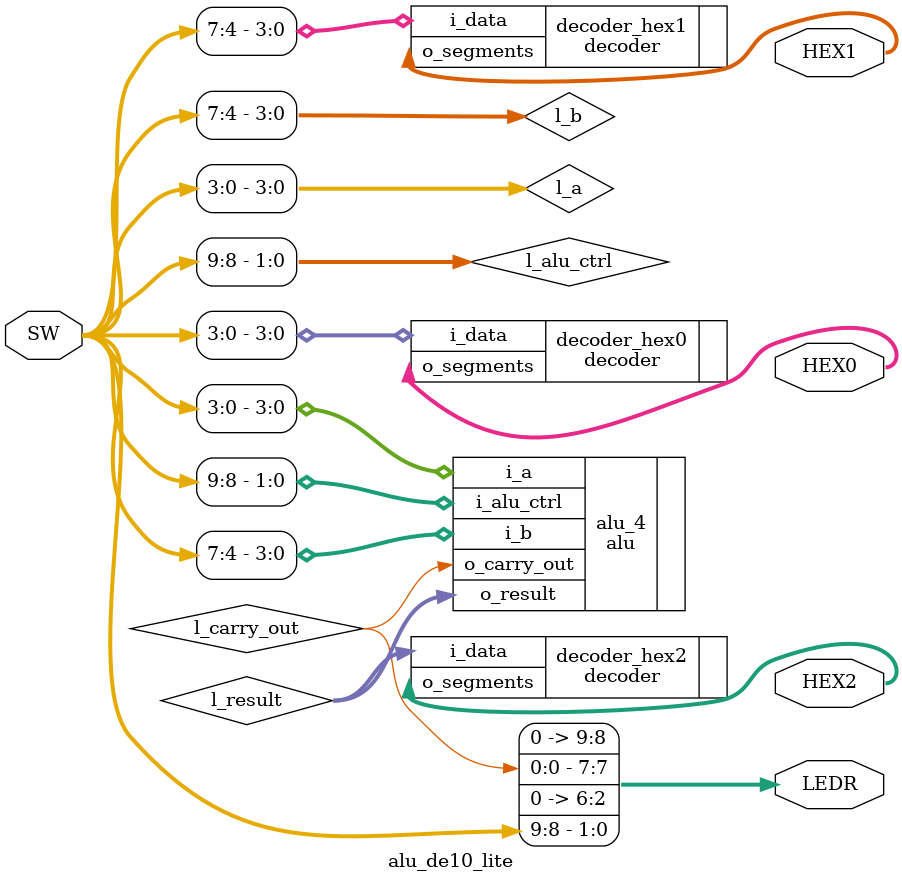
<source format=sv>
/**
 * Top-level module of the basic alu.
 * The alu operates on the 4-bit binary numbers in SW[3:0] and SW[7:4].
 * The two input numbers are shown on displays HEX0 and HEX1.
 * The control signal is shown using LEDR1 and LEDR0.
 * The result is shown on display HEX2.
 * The carry out is shown via LEDR7.
 *
 * @param SW bits of ten switch buttons SW9 - SW0.
 * @param LEDR output bits corresponding to the board's ten leds LEDR9 - LEDR0.
 * @param HEX0 output bits which drive the seven-segment display HEX0.
 * @param HEX1 output bits which drive the seven-segment display HEX1.
 * @param HEX2 output bits which drive the seven-segment display HEX2.
 **/
module alu_de10_lite( 
    input  logic [9:0] SW,
    output logic [9:0] LEDR,
    output logic [6:0] HEX0,
    output logic [6:0] HEX1,
    output logic [6:0] HEX2 
);
    logic [1:0] l_alu_ctrl;
    logic [3:0] l_a;
    logic [3:0] l_b;
    logic [3:0] l_result;
    logic       l_carry_out;

    assign l_alu_ctrl = SW[9:8];
    assign l_a        = SW[3:0];
    assign l_b        = SW[7:4];

    alu #(.N(4)) alu_4( 
        .i_a        (l_a),
        .i_b        (l_b),
        .i_alu_ctrl (l_alu_ctrl),
        .o_result   (l_result),
        .o_carry_out(l_carry_out)
    );

    decoder decoder_hex0( 
        .i_data    (l_a),
        .o_segments(HEX0)
    );

    decoder decoder_hex1( 
        .i_data    (l_b),
        .o_segments(HEX1)
    );

    decoder decoder_hex2( 
        .i_data    (l_result),
        .o_segments(HEX2)
    );

    // Wire LEDs
    assign LEDR[0]   = l_alu_ctrl[0];  // Control bit 0
    assign LEDR[1]   = l_alu_ctrl[1];  // Control bit 1
    assign LEDR[6:2] = 5'b0;           // Unused LEDs
    assign LEDR[7]   = l_carry_out;    // Carry out
    assign LEDR[9:8] = 2'b0;           // Unused LEDs

endmodule
</source>
